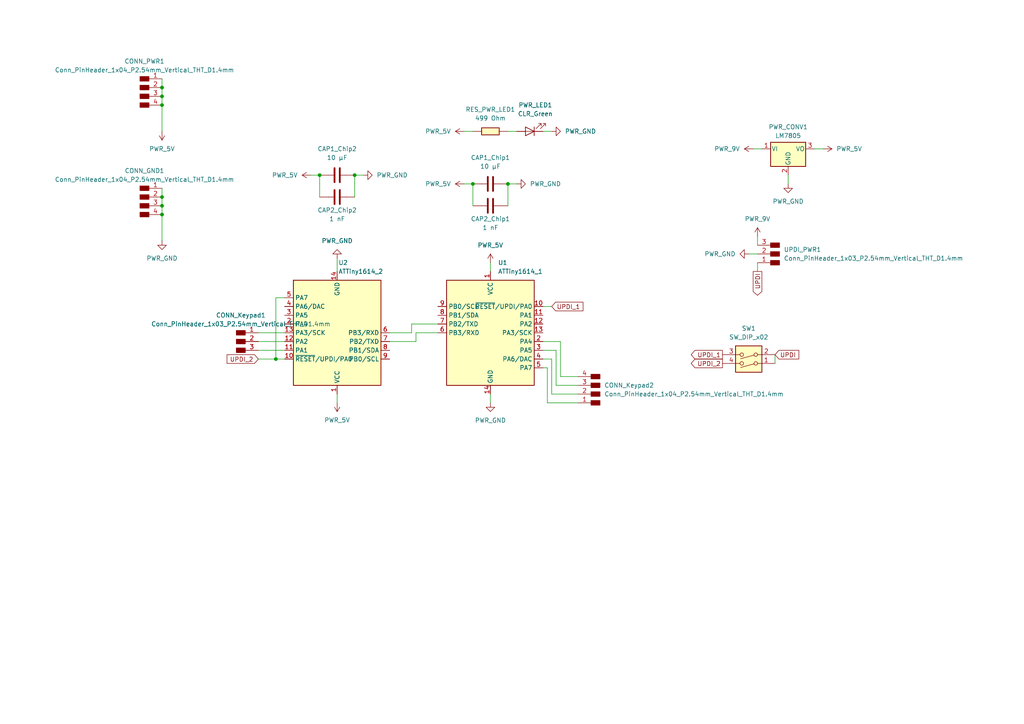
<source format=kicad_sch>
(kicad_sch (version 20230121) (generator eeschema)
  (paper "A4")
  (title_block (title "Week10Assignment") (date "2023-12-15") (rev "1") (company "HSRW") (comment 1 "Editor: Linus Wolf"))
  (lib_symbols
    (symbol "Regulator_Linear:LM7805_TO220" (pin_names (offset 0.254))
      (property "Reference" "U" (at -3.81 3.175 0))
      (property "Value" "LM7805_TO220" (at 0 3.175 0))
      (symbol "LM7805_TO220_0_1"
        (rectangle (start -5.08 1.905) (end 5.08 -5.08) (stroke (width 0.254)) (fill (type background)))
      )
      (symbol "LM7805_TO220_1_1"
        (pin power_in line (at -7.62 0 0) (length 2.54) (name "VI") (number "1"))
        (pin power_in line (at 0 -7.62 90) (length 2.54) (name "GND") (number "2"))
        (pin power_out line (at 7.62 0 180) (length 2.54) (name "VO") (number "3"))
      )
    )
    (symbol "Switch:SW_DIP_x02" (pin_names (offset 0) hide)
      (property "Reference" "SW" (at 0 6.35 0))
      (property "Value" "SW_DIP_x02" (at 0 -3.81 0))
      (symbol "SW_DIP_x02_0_0"
        (circle (center -2.032 0) (radius 0.508))
        (circle (center -2.032 2.54) (radius 0.508))
        (polyline (pts (xy -1.524 0.127) (xy 2.3622 1.1684)))
        (polyline (pts (xy -1.524 2.667) (xy 2.3622 3.7084)))
        (circle (center 2.032 0) (radius 0.508))
        (circle (center 2.032 2.54) (radius 0.508))
      )
      (symbol "SW_DIP_x02_0_1"
        (rectangle (start -3.81 5.08) (end 3.81 -2.54) (stroke (width 0.254)) (fill (type background)))
      )
      (symbol "SW_DIP_x02_1_1"
        (pin passive line (at -7.62 2.54 0) (length 5.08) (name "~") (number "1"))
        (pin passive line (at -7.62 0 0) (length 5.08) (name "~") (number "2"))
        (pin passive line (at 7.62 0 180) (length 5.08) (name "~") (number "3"))
        (pin passive line (at 7.62 2.54 180) (length 5.08) (name "~") (number "4"))
      )
    )
    (symbol "fab:C_1206" (pin_numbers hide)
      (property "Reference" "C" (at 0.635 2.54 0))
      (property "Value" "C_1206" (at 0.635 -2.54 0))
      (symbol "C_1206_0_1"
        (polyline (pts (xy -2.032 -0.762) (xy 2.032 -0.762)) (stroke (width 0.508)))
        (polyline (pts (xy -2.032 0.762) (xy 2.032 0.762)) (stroke (width 0.508)))
        (polyline (pts (xy 0 -0.635) (xy 0 -2.54)))
        (polyline (pts (xy 0 0.635) (xy 0 2.54)))
      )
      (symbol "C_1206_1_1"
        (pin passive line (at 0 5.08 270) (length 2.54) (name "~") (number "1"))
        (pin passive line (at 0 -5.08 90) (length 2.54) (name "~") (number "2"))
      )
    )
    (symbol "fab:Conn_PinHeader_1x03_P2.54mm_Vertical_THT_D1.4mm" (pin_names hide)
      (property "Reference" "J" (at 0 5.08 0))
      (property "Value" "Conn_PinHeader_1x03_P2.54mm_Vertical_THT_D1.4mm" (at 0 -5.08 0))
      (symbol "Conn_PinHeader_1x03_P2.54mm_Vertical_THT_D1.4mm_1_1"
        (rectangle (start -1.27 -1.905) (end 1.27 -3.175) (stroke (width 0.254)) (fill (type outline)))
        (rectangle (start -1.27 0.635) (end 1.27 -0.635) (stroke (width 0.254)) (fill (type outline)))
        (rectangle (start -1.27 3.175) (end 1.27 1.905) (stroke (width 0.254)) (fill (type outline)))
        (pin passive line (at 5.08 2.54 180) (length 3.81) (name "Pin_1") (number "1"))
        (pin passive line (at 5.08 0 180) (length 3.81) (name "Pin_2") (number "2"))
        (pin passive line (at 5.08 -2.54 180) (length 3.81) (name "Pin_3") (number "3"))
      )
    )
    (symbol "fab:Conn_PinHeader_1x04_P2.54mm_Vertical_THT_D1.4mm" (pin_names hide)
      (property "Reference" "J" (at 0 5.08 0))
      (property "Value" "Conn_PinHeader_1x04_P2.54mm_Vertical_THT_D1.4mm" (at 0 -7.62 0))
      (symbol "Conn_PinHeader_1x04_P2.54mm_Vertical_THT_D1.4mm_1_1"
        (rectangle (start -1.27 -4.445) (end 1.27 -5.715) (stroke (width 0.254)) (fill (type outline)))
        (rectangle (start -1.27 -1.905) (end 1.27 -3.175) (stroke (width 0.254)) (fill (type outline)))
        (rectangle (start -1.27 0.635) (end 1.27 -0.635) (stroke (width 0.254)) (fill (type outline)))
        (rectangle (start -1.27 3.175) (end 1.27 1.905) (stroke (width 0.254)) (fill (type outline)))
        (pin passive line (at 5.08 2.54 180) (length 3.81) (name "Pin_1") (number "1"))
        (pin passive line (at 5.08 0 180) (length 3.81) (name "Pin_2") (number "2"))
        (pin passive line (at 5.08 -2.54 180) (length 3.81) (name "Pin_3") (number "3"))
        (pin passive line (at 5.08 -5.08 180) (length 3.81) (name "Pin_4") (number "4"))
      )
    )
    (symbol "fab:LED_1206" (pin_numbers hide) (pin_names (offset 1.016) hide)
      (property "Reference" "D" (at 0 2.54 0))
      (property "Value" "LED_1206" (at 0 -2.54 0))
      (symbol "LED_1206_0_1"
        (polyline (pts (xy -1.27 -1.27) (xy -1.27 1.27)) (stroke (width 0.2032)))
        (polyline (pts (xy -1.27 0) (xy 1.27 0)))
        (polyline (pts (xy 1.27 -1.27) (xy 1.27 1.27) (xy -1.27 0) (xy 1.27 -1.27)) (stroke (width 0.2032)))
        (polyline (pts (xy -3.048 -0.762) (xy -4.572 -2.286) (xy -3.81 -2.286) (xy -4.572 -2.286) (xy -4.572 -1.524)))
        (polyline (pts (xy -1.778 -0.762) (xy -3.302 -2.286) (xy -2.54 -2.286) (xy -3.302 -2.286) (xy -3.302 -1.524)))
      )
      (symbol "LED_1206_1_1"
        (pin passive line (at -3.81 0 0) (length 2.54) (name "K") (number "1"))
        (pin passive line (at 3.81 0 180) (length 2.54) (name "A") (number "2"))
      )
    )
    (symbol "fab:Microcontroller_ATtiny1614-SSFR"
      (property "Reference" "U" (at -12.7 17.78 0))
      (property "Value" "Microcontroller_ATtiny1614-SSFR" (at 7.62 17.78 0))
      (symbol "Microcontroller_ATtiny1614-SSFR_0_1"
        (rectangle (start -12.7 -15.24) (end 12.7 15.24) (stroke (width 0.254)) (fill (type background)))
      )
      (symbol "Microcontroller_ATtiny1614-SSFR_1_1"
        (pin power_in line (at 0 17.78 270) (length 2.54) (name "VCC") (number "1"))
        (pin bidirectional line (at 15.24 7.62 180) (length 2.54) (name "~{RESET}/UPDI/PA0") (number "10"))
        (pin bidirectional line (at 15.24 5.08 180) (length 2.54) (name "PA1") (number "11"))
        (pin bidirectional line (at 15.24 2.54 180) (length 2.54) (name "PA2") (number "12"))
        (pin bidirectional line (at 15.24 0 180) (length 2.54) (name "PA3/SCK") (number "13"))
        (pin power_in line (at 0 -17.78 90) (length 2.54) (name "GND") (number "14"))
        (pin bidirectional line (at 15.24 -2.54 180) (length 2.54) (name "PA4") (number "2"))
        (pin bidirectional line (at 15.24 -5.08 180) (length 2.54) (name "PA5") (number "3"))
        (pin bidirectional line (at 15.24 -7.62 180) (length 2.54) (name "PA6/DAC") (number "4"))
        (pin bidirectional line (at 15.24 -10.16 180) (length 2.54) (name "PA7") (number "5"))
        (pin bidirectional line (at -15.24 0 0) (length 2.54) (name "PB3/RXD") (number "6"))
        (pin bidirectional line (at -15.24 2.54 0) (length 2.54) (name "PB2/TXD") (number "7"))
        (pin bidirectional line (at -15.24 5.08 0) (length 2.54) (name "PB1/SDA") (number "8"))
        (pin bidirectional line (at -15.24 7.62 0) (length 2.54) (name "PB0/SCL") (number "9"))
      )
    )
    (symbol "fab:PWR_5V" (power) (pin_names (offset 0))
      (property "Value" "PWR_5V" (at 0 3.556 0))
      (symbol "PWR_5V_0_1"
        (polyline (pts (xy -0.762 1.27) (xy 0 2.54)))
        (polyline (pts (xy 0 0) (xy 0 2.54)))
        (polyline (pts (xy 0 2.54) (xy 0.762 1.27)))
      )
      (symbol "PWR_5V_1_1"
        (pin power_in line (at 0 0 90) (length 0) hide (name "PWR_5V") (number "1"))
      )
    )
    (symbol "fab:PWR_9V" (power) (pin_names (offset 0))
      (property "Value" "PWR_9V" (at 0 3.556 0))
      (symbol "PWR_9V_0_1"
        (polyline (pts (xy -0.762 1.27) (xy 0 2.54)))
        (polyline (pts (xy 0 0) (xy 0 2.54)))
        (polyline (pts (xy 0 2.54) (xy 0.762 1.27)))
      )
      (symbol "PWR_9V_1_1"
        (pin power_in line (at 0 0 90) (length 0) hide (name "PWR_9V") (number "1"))
      )
    )
    (symbol "fab:PWR_GND" (power) (pin_names (offset 0))
      (property "Value" "PWR_GND" (at 0 -3.81 0))
      (symbol "PWR_GND_0_1"
        (polyline (pts (xy 0 0) (xy 0 -1.27) (xy 1.27 -1.27) (xy 0 -2.54) (xy -1.27 -1.27) (xy 0 -1.27)))
      )
      (symbol "PWR_GND_1_1"
        (pin power_in line (at 0 0 270) (length 0) hide (name "PWR_GND") (number "1"))
      )
    )
    (symbol "fab:R_1206" (pin_numbers hide) (pin_names (offset 0))
      (property "Reference" "R" (at 2.54 0 90))
      (property "Value" "R_1206" (at -2.54 0 90))
      (symbol "R_1206_0_1"
        (rectangle (start -1.016 -2.54) (end 1.016 2.54) (stroke (width 0.254)) (fill (type background)))
      )
      (symbol "R_1206_1_1"
        (pin passive line (at 0 5.08 270) (length 2.54) (name "~") (number "1"))
        (pin passive line (at 0 -5.08 90) (length 2.54) (name "~") (number "2"))
      )
    )
  )
  (junction (at 46.99 30.48))
  (junction (at 102.87 50.8))
  (junction (at 147.32 53.34))
  (junction (at 46.99 57.15))
  (junction (at 46.99 59.69))
  (junction (at 80.01 104.14))
  (junction (at 46.99 25.4))
  (junction (at 137.16 53.34))
  (junction (at 92.71 50.8))
  (junction (at 46.99 62.23))
  (junction (at 46.99 27.94))
  (wire (pts (xy 149.86 53.34) (xy 147.32 53.34)))
  (wire (pts (xy 74.93 104.14) (xy 80.01 104.14)))
  (wire (pts (xy 46.99 22.86) (xy 46.99 25.4)))
  (wire (pts (xy 137.16 53.34) (xy 137.16 59.69)))
  (wire (pts (xy 102.87 50.8) (xy 102.87 57.15)))
  (wire (pts (xy 218.44 43.18) (xy 220.98 43.18)))
  (wire (pts (xy 160.02 114.3) (xy 160.02 104.14)))
  (wire (pts (xy 46.99 25.4) (xy 46.99 27.94)))
  (wire (pts (xy 97.79 116.84) (xy 97.79 114.3)))
  (wire (pts (xy 224.79 102.87) (xy 224.79 105.41)))
  (wire (pts (xy 238.76 43.18) (xy 236.22 43.18)))
  (wire (pts (xy 46.99 27.94) (xy 46.99 30.48)))
  (wire (pts (xy 82.55 86.36) (xy 80.01 86.36)))
  (wire (pts (xy 105.41 50.8) (xy 102.87 50.8)))
  (wire (pts (xy 113.03 99.06) (xy 120.65 99.06)))
  (wire (pts (xy 90.17 50.8) (xy 92.71 50.8)))
  (wire (pts (xy 97.79 74.93) (xy 97.79 78.74)))
  (wire (pts (xy 46.99 57.15) (xy 46.99 59.69)))
  (wire (pts (xy 74.93 96.52) (xy 82.55 96.52)))
  (wire (pts (xy 46.99 54.61) (xy 46.99 57.15)))
  (wire (pts (xy 167.64 111.76) (xy 161.29 111.76)))
  (wire (pts (xy 46.99 59.69) (xy 46.99 62.23)))
  (wire (pts (xy 74.93 99.06) (xy 82.55 99.06)))
  (wire (pts (xy 162.56 109.22) (xy 162.56 99.06)))
  (wire (pts (xy 147.32 53.34) (xy 147.32 59.69)))
  (wire (pts (xy 46.99 30.48) (xy 46.99 38.1)))
  (wire (pts (xy 219.71 78.74) (xy 219.71 76.2)))
  (wire (pts (xy 217.17 73.66) (xy 219.71 73.66)))
  (wire (pts (xy 161.29 111.76) (xy 161.29 101.6)))
  (wire (pts (xy 113.03 96.52) (xy 119.38 96.52)))
  (wire (pts (xy 46.99 62.23) (xy 46.99 69.85)))
  (wire (pts (xy 160.02 38.1) (xy 157.48 38.1)))
  (wire (pts (xy 120.65 99.06) (xy 120.65 96.52)))
  (wire (pts (xy 80.01 86.36) (xy 80.01 104.14)))
  (wire (pts (xy 162.56 99.06) (xy 157.48 99.06)))
  (wire (pts (xy 219.71 68.58) (xy 219.71 71.12)))
  (wire (pts (xy 134.62 38.1) (xy 137.16 38.1)))
  (wire (pts (xy 161.29 101.6) (xy 157.48 101.6)))
  (wire (pts (xy 167.64 109.22) (xy 162.56 109.22)))
  (wire (pts (xy 158.75 116.84) (xy 158.75 106.68)))
  (wire (pts (xy 160.02 88.9) (xy 157.48 88.9)))
  (wire (pts (xy 160.02 104.14) (xy 157.48 104.14)))
  (wire (pts (xy 80.01 104.14) (xy 82.55 104.14)))
  (wire (pts (xy 142.24 116.84) (xy 142.24 114.3)))
  (wire (pts (xy 228.6 53.34) (xy 228.6 50.8)))
  (wire (pts (xy 142.24 76.2) (xy 142.24 78.74)))
  (wire (pts (xy 74.93 101.6) (xy 82.55 101.6)))
  (wire (pts (xy 167.64 114.3) (xy 160.02 114.3)))
  (wire (pts (xy 120.65 96.52) (xy 127 96.52)))
  (wire (pts (xy 147.32 38.1) (xy 149.86 38.1)))
  (wire (pts (xy 119.38 96.52) (xy 119.38 93.98)))
  (wire (pts (xy 119.38 93.98) (xy 127 93.98)))
  (wire (pts (xy 158.75 106.68) (xy 157.48 106.68)))
  (wire (pts (xy 167.64 116.84) (xy 158.75 116.84)))
  (wire (pts (xy 92.71 50.8) (xy 92.71 57.15)))
  (wire (pts (xy 134.62 53.34) (xy 137.16 53.34)))
  (global_label "UPDI" (shape input) (at 224.79 102.87 0) (property "Intersheetrefs" "${INTERSHEET_REFS}" (effects hide)))
  (global_label "UPDI_2" (shape input) (at 74.93 104.14 180) (property "Intersheetrefs" "${INTERSHEET_REFS}" (effects hide)))
  (global_label "UPDI_2" (shape output) (at 209.55 105.41 180) (property "Intersheetrefs" "${INTERSHEET_REFS}" (effects hide)))
  (global_label "UPDI" (shape output) (at 219.71 78.74 270) (property "Intersheetrefs" "${INTERSHEET_REFS}" (effects hide)))
  (global_label "UPDI_1" (shape output) (at 209.55 102.87 180) (property "Intersheetrefs" "${INTERSHEET_REFS}" (effects hide)))
  (global_label "UPDI_1" (shape input) (at 160.02 88.9 0) (property "Intersheetrefs" "${INTERSHEET_REFS}" (effects hide)))
  (symbol (lib_id "fab:PWR_9V") (at 219.71 68.58 0) (unit 1)
    (property "Reference" "#PWR03" (effects hide))
    (property "Value" "PWR_9V" (at 219.71 63.5 0))
  )
  (symbol (lib_id "fab:LED_1206") (at 153.67 38.1 180) (unit 1)
    (property "Reference" "PWR_LED1" (at 155.2702 30.48 0))
    (property "Value" "CLR_Green" (at 155.2702 33.02 0))
    (property "Footprint" "fab:LED_1206" (effects hide))
    (property "Datasheet" "https://optoelectronics.liteon.com/upload/download/DS-22-98-0002/LTST-C150CKT.pdf" (effects hide))
  )
  (symbol (lib_id "fab:PWR_5V") (at 46.99 38.1 180) (unit 1)
    (property "Reference" "#PWR06" (effects hide))
    (property "Value" "PWR_5V" (at 46.99 43.18 0))
  )
  (symbol (lib_id "fab:Conn_PinHeader_1x04_P2.54mm_Vertical_THT_D1.4mm") (at 172.72 114.3 180) (unit 1)
    (property "Reference" "CONN_Keypad2" (at 175.26 111.76 0) (effects (justify right)))
    (property "Value" "Conn_PinHeader_1x04_P2.54mm_Vertical_THT_D1.4mm" (at 175.26 114.3 0) (effects (justify right)))
    (property "Footprint" "fab:PinHeader_1x04_P2.54mm_Vertical_THT_D1.4mm" (effects hide))
  )
  (symbol (lib_id "fab:PWR_GND") (at 142.24 116.84 0) (unit 1)
    (property "Reference" "#PWR01" (effects hide))
    (property "Value" "PWR_GND" (at 142.24 121.92 0))
  )
  (symbol (lib_id "fab:C_1206") (at 97.79 57.15 90) (unit 1)
    (property "Reference" "CAP2_Chip2" (at 97.79 60.96 90))
    (property "Value" "1 nF" (at 97.79 63.5 90))
    (property "Footprint" "fab:C_1206" (effects hide))
    (property "Datasheet" "https://www.yageo.com/upload/media/product/productsearch/datasheet/mlcc/UPY-GP_NP0_16V-to-50V_18.pdf" (effects hide))
  )
  (symbol (lib_id "fab:PWR_GND") (at 160.02 38.1 90) (unit 1)
    (property "Reference" "#PWR09" (effects hide))
    (property "Value" "PWR_GND" (at 163.83 38.1 90) (effects (justify right)))
  )
  (symbol (lib_id "fab:PWR_9V") (at 218.44 43.18 90) (unit 1)
    (property "Reference" "#PWR013" (effects hide))
    (property "Value" "PWR_9V" (at 214.63 43.18 90) (effects (justify left)))
  )
  (symbol (lib_id "fab:PWR_5V") (at 134.62 53.34 90) (unit 1)
    (property "Reference" "#PWR08" (effects hide))
    (property "Value" "PWR_5V" (at 130.81 53.34 90) (effects (justify left)))
  )
  (symbol (lib_id "fab:PWR_GND") (at 46.99 69.85 0) (unit 1)
    (property "Reference" "#PWR05" (effects hide))
    (property "Value" "PWR_GND" (at 46.99 74.93 0))
  )
  (symbol (lib_id "fab:Conn_PinHeader_1x04_P2.54mm_Vertical_THT_D1.4mm") (at 41.91 57.15 0) (unit 1)
    (property "Reference" "CONN_GND1" (at 41.91 49.53 0))
    (property "Value" "Conn_PinHeader_1x04_P2.54mm_Vertical_THT_D1.4mm" (at 41.91 52.07 0))
    (property "Footprint" "fab:PinHeader_1x04_P2.54mm_Vertical_THT_D1.4mm" (effects hide))
  )
  (symbol (lib_id "fab:R_1206") (at 142.24 38.1 90) (unit 1)
    (property "Reference" "RES_PWR_LED1" (at 142.24 31.75 90))
    (property "Value" "499 Ohm" (at 142.24 34.29 90))
    (property "Footprint" "fab:R_1206" (effects hide))
  )
  (symbol (lib_id "Regulator_Linear:LM7805_TO220") (at 228.6 43.18 0) (unit 1)
    (property "Reference" "PWR_CONV1" (at 228.6 36.83 0))
    (property "Value" "LM7805" (at 228.6 39.37 0))
    (property "Footprint" "Package_TO_SOT_THT:TO-220-3_Vertical" (effects hide))
    (property "Datasheet" "https://www.onsemi.cn/PowerSolutions/document/MC7800-D.PDF" (effects hide))
  )
  (symbol (lib_id "fab:PWR_GND") (at 97.79 74.93 180) (unit 1)
    (property "Reference" "#PWR012" (effects hide))
    (property "Value" "PWR_GND" (at 97.79 69.85 0))
  )
  (symbol (lib_id "fab:PWR_5V") (at 90.17 50.8 90) (unit 1)
    (property "Reference" "#PWR016" (effects hide))
    (property "Value" "PWR_5V" (at 86.36 50.8 90) (effects (justify left)))
  )
  (symbol (lib_id "fab:PWR_5V") (at 142.24 76.2 0) (unit 1)
    (property "Reference" "#PWR02" (effects hide))
    (property "Value" "PWR_5V" (at 142.24 71.12 0))
  )
  (symbol (lib_id "fab:PWR_GND") (at 228.6 53.34 0) (unit 1)
    (property "Reference" "#PWR015" (effects hide))
    (property "Value" "PWR_GND" (at 228.6 58.42 0))
  )
  (symbol (lib_id "fab:PWR_GND") (at 149.86 53.34 90) (unit 1)
    (property "Reference" "#PWR010" (effects hide))
    (property "Value" "PWR_GND" (at 153.67 53.34 90) (effects (justify right)))
  )
  (symbol (lib_id "fab:PWR_5V") (at 238.76 43.18 270) (unit 1)
    (property "Reference" "#PWR014" (effects hide))
    (property "Value" "PWR_5V" (at 242.57 43.18 90) (effects (justify left)))
  )
  (symbol (lib_id "fab:C_1206") (at 142.24 59.69 90) (unit 1)
    (property "Reference" "CAP2_Chip1" (at 142.24 63.5 90))
    (property "Value" "1 nF" (at 142.24 66.04 90))
    (property "Footprint" "fab:C_1206" (effects hide))
    (property "Datasheet" "https://www.yageo.com/upload/media/product/productsearch/datasheet/mlcc/UPY-GP_NP0_16V-to-50V_18.pdf" (effects hide))
  )
  (symbol (lib_id "fab:Microcontroller_ATtiny1614-SSFR") (at 142.24 96.52 0) (unit 1)
    (property "Reference" "U1" (at 144.4341 76.2 0) (effects (justify left)))
    (property "Value" "ATTiny1614_1" (at 144.4341 78.74 0) (effects (justify left)))
    (property "Footprint" "fab:SOIC-14_3.9x8.7mm_P1.27mm" (effects hide))
    (property "Datasheet" "http://ww1.microchip.com/downloads/en/DeviceDoc/ATtiny1614-16-17-DataSheet-DS40002204A.pdf" (effects hide))
  )
  (symbol (lib_id "fab:Microcontroller_ATtiny1614-SSFR") (at 97.79 96.52 180) (unit 1)
    (property "Reference" "U2" (at 98.1359 76.2 0) (effects (justify right)))
    (property "Value" "ATTiny1614_2" (at 98.1359 78.74 0) (effects (justify right)))
    (property "Footprint" "fab:SOIC-14_3.9x8.7mm_P1.27mm" (effects hide))
    (property "Datasheet" "http://ww1.microchip.com/downloads/en/DeviceDoc/ATtiny1614-16-17-DataSheet-DS40002204A.pdf" (effects hide))
  )
  (symbol (lib_id "fab:Conn_PinHeader_1x03_P2.54mm_Vertical_THT_D1.4mm") (at 69.85 99.06 0) (unit 1)
    (property "Reference" "CONN_Keypad1" (at 69.85 91.44 0))
    (property "Value" "Conn_PinHeader_1x03_P2.54mm_Vertical_THT_D1.4mm" (at 69.85 93.98 0))
    (property "Footprint" "fab:PinHeader_1x03_P2.54mm_Vertical_THT_D1.4mm" (effects hide))
  )
  (symbol (lib_id "fab:PWR_5V") (at 97.79 116.84 180) (unit 1)
    (property "Reference" "#PWR011" (effects hide))
    (property "Value" "PWR_5V" (at 97.79 121.8482 0))
  )
  (symbol (lib_id "fab:Conn_PinHeader_1x04_P2.54mm_Vertical_THT_D1.4mm") (at 41.91 25.4 0) (unit 1)
    (property "Reference" "CONN_PWR1" (at 41.91 17.78 0))
    (property "Value" "Conn_PinHeader_1x04_P2.54mm_Vertical_THT_D1.4mm" (at 41.91 20.32 0))
    (property "Footprint" "fab:PinHeader_1x04_P2.54mm_Vertical_THT_D1.4mm" (effects hide))
  )
  (symbol (lib_id "fab:C_1206") (at 97.79 50.8 90) (unit 1)
    (property "Reference" "CAP1_Chip2" (at 97.79 43.18 90))
    (property "Value" "10 µF" (at 97.79 45.72 90))
    (property "Footprint" "fab:C_1206" (effects hide))
    (property "Datasheet" "https://www.yageo.com/upload/media/product/productsearch/datasheet/mlcc/UPY-GP_NP0_16V-to-50V_18.pdf" (effects hide))
  )
  (symbol (lib_id "fab:C_1206") (at 142.24 53.34 90) (unit 1)
    (property "Reference" "CAP1_Chip1" (at 142.24 45.72 90))
    (property "Value" "10 µF" (at 142.24 48.26 90))
    (property "Footprint" "fab:C_1206" (effects hide))
    (property "Datasheet" "https://www.yageo.com/upload/media/product/productsearch/datasheet/mlcc/UPY-GP_NP0_16V-to-50V_18.pdf" (effects hide))
  )
  (symbol (lib_id "fab:PWR_GND") (at 217.17 73.66 270) (unit 1)
    (property "Reference" "#PWR04" (effects hide))
    (property "Value" "PWR_GND" (at 213.36 73.66 90) (effects (justify right)))
  )
  (symbol (lib_id "Switch:SW_DIP_x02") (at 217.17 102.87 180) (unit 1)
    (property "Reference" "SW1" (at 217.17 95.25 0))
    (property "Value" "SW_DIP_x02" (at 217.17 97.79 0))
    (property "Footprint" "Package_DIP:DIP-4_W7.62mm" (effects hide))
  )
  (symbol (lib_id "fab:PWR_5V") (at 134.62 38.1 90) (unit 1)
    (property "Reference" "#PWR07" (effects hide))
    (property "Value" "PWR_5V" (at 130.81 38.1 90) (effects (justify left)))
  )
  (symbol (lib_id "fab:Conn_PinHeader_1x03_P2.54mm_Vertical_THT_D1.4mm") (at 224.79 73.66 180) (unit 1)
    (property "Reference" "UPDI_PWR1" (at 227.33 72.39 0) (effects (justify right)))
    (property "Value" "Conn_PinHeader_1x03_P2.54mm_Vertical_THT_D1.4mm" (at 227.33 74.93 0) (effects (justify right)))
    (property "Footprint" "fab:PinHeader_1x03_P2.54mm_Vertical_THT_D1.4mm" (effects hide))
  )
  (symbol (lib_id "fab:PWR_GND") (at 105.41 50.8 90) (unit 1)
    (property "Reference" "#PWR017" (effects hide))
    (property "Value" "PWR_GND" (at 109.22 50.8 90) (effects (justify right)))
  )
)
</source>
